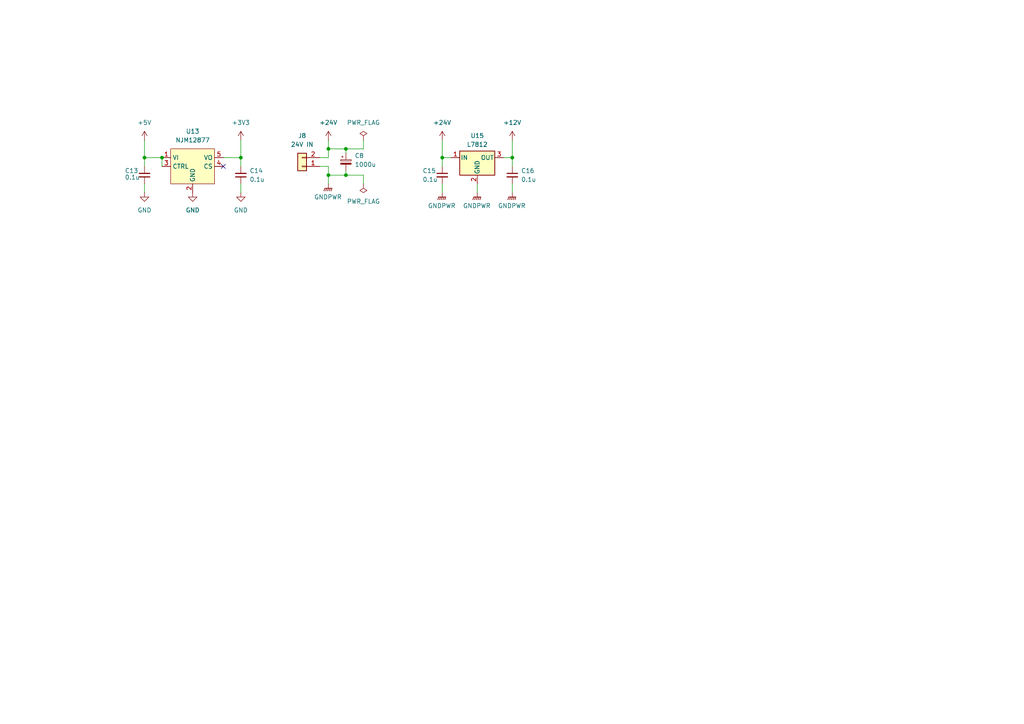
<source format=kicad_sch>
(kicad_sch
	(version 20231120)
	(generator "eeschema")
	(generator_version "8.0")
	(uuid "d467a39c-c9ad-467d-8a45-16a3dfc2aab6")
	(paper "A4")
	(lib_symbols
		(symbol "BLMD:NJM12877"
			(exclude_from_sim no)
			(in_bom yes)
			(on_board yes)
			(property "Reference" "U"
				(at 0 8.89 0)
				(effects
					(font
						(size 1.27 1.27)
					)
				)
			)
			(property "Value" "NJM12877"
				(at 0 6.35 0)
				(effects
					(font
						(size 1.27 1.27)
					)
				)
			)
			(property "Footprint" ""
				(at -6.35 5.08 0)
				(effects
					(font
						(size 1.27 1.27)
					)
					(hide yes)
				)
			)
			(property "Datasheet" "datasheets/NJM12877.pdf"
				(at 11.43 -6.35 0)
				(effects
					(font
						(size 1.27 1.27)
					)
					(hide yes)
				)
			)
			(property "Description" ""
				(at -6.35 5.08 0)
				(effects
					(font
						(size 1.27 1.27)
					)
					(hide yes)
				)
			)
			(symbol "NJM12877_1_1"
				(rectangle
					(start -6.35 5.08)
					(end 6.35 -5.08)
					(stroke
						(width 0)
						(type default)
					)
					(fill
						(type background)
					)
				)
				(pin power_in line
					(at -8.89 2.54 0)
					(length 2.54)
					(name "VI"
						(effects
							(font
								(size 1.27 1.27)
							)
						)
					)
					(number "1"
						(effects
							(font
								(size 1.27 1.27)
							)
						)
					)
				)
				(pin power_in line
					(at 0 -7.62 90)
					(length 2.54)
					(name "GND"
						(effects
							(font
								(size 1.27 1.27)
							)
						)
					)
					(number "2"
						(effects
							(font
								(size 1.27 1.27)
							)
						)
					)
				)
				(pin passive line
					(at -8.89 0 0)
					(length 2.54)
					(name "CTRL"
						(effects
							(font
								(size 1.27 1.27)
							)
						)
					)
					(number "3"
						(effects
							(font
								(size 1.27 1.27)
							)
						)
					)
				)
				(pin passive line
					(at 8.89 0 180)
					(length 2.54)
					(name "CS"
						(effects
							(font
								(size 1.27 1.27)
							)
						)
					)
					(number "4"
						(effects
							(font
								(size 1.27 1.27)
							)
						)
					)
				)
				(pin power_out line
					(at 8.89 2.54 180)
					(length 2.54)
					(name "VO"
						(effects
							(font
								(size 1.27 1.27)
							)
						)
					)
					(number "5"
						(effects
							(font
								(size 1.27 1.27)
							)
						)
					)
				)
			)
		)
		(symbol "Connector_Generic:Conn_01x02"
			(pin_names
				(offset 1.016) hide)
			(exclude_from_sim no)
			(in_bom yes)
			(on_board yes)
			(property "Reference" "J"
				(at 0 2.54 0)
				(effects
					(font
						(size 1.27 1.27)
					)
				)
			)
			(property "Value" "Conn_01x02"
				(at 0 -5.08 0)
				(effects
					(font
						(size 1.27 1.27)
					)
				)
			)
			(property "Footprint" ""
				(at 0 0 0)
				(effects
					(font
						(size 1.27 1.27)
					)
					(hide yes)
				)
			)
			(property "Datasheet" "~"
				(at 0 0 0)
				(effects
					(font
						(size 1.27 1.27)
					)
					(hide yes)
				)
			)
			(property "Description" "Generic connector, single row, 01x02, script generated (kicad-library-utils/schlib/autogen/connector/)"
				(at 0 0 0)
				(effects
					(font
						(size 1.27 1.27)
					)
					(hide yes)
				)
			)
			(property "ki_keywords" "connector"
				(at 0 0 0)
				(effects
					(font
						(size 1.27 1.27)
					)
					(hide yes)
				)
			)
			(property "ki_fp_filters" "Connector*:*_1x??_*"
				(at 0 0 0)
				(effects
					(font
						(size 1.27 1.27)
					)
					(hide yes)
				)
			)
			(symbol "Conn_01x02_1_1"
				(rectangle
					(start -1.27 -2.413)
					(end 0 -2.667)
					(stroke
						(width 0.1524)
						(type default)
					)
					(fill
						(type none)
					)
				)
				(rectangle
					(start -1.27 0.127)
					(end 0 -0.127)
					(stroke
						(width 0.1524)
						(type default)
					)
					(fill
						(type none)
					)
				)
				(rectangle
					(start -1.27 1.27)
					(end 1.27 -3.81)
					(stroke
						(width 0.254)
						(type default)
					)
					(fill
						(type background)
					)
				)
				(pin passive line
					(at -5.08 0 0)
					(length 3.81)
					(name "Pin_1"
						(effects
							(font
								(size 1.27 1.27)
							)
						)
					)
					(number "1"
						(effects
							(font
								(size 1.27 1.27)
							)
						)
					)
				)
				(pin passive line
					(at -5.08 -2.54 0)
					(length 3.81)
					(name "Pin_2"
						(effects
							(font
								(size 1.27 1.27)
							)
						)
					)
					(number "2"
						(effects
							(font
								(size 1.27 1.27)
							)
						)
					)
				)
			)
		)
		(symbol "Device:C_Polarized_Small"
			(pin_numbers hide)
			(pin_names
				(offset 0.254) hide)
			(exclude_from_sim no)
			(in_bom yes)
			(on_board yes)
			(property "Reference" "C"
				(at 0.254 1.778 0)
				(effects
					(font
						(size 1.27 1.27)
					)
					(justify left)
				)
			)
			(property "Value" "C_Polarized_Small"
				(at 0.254 -2.032 0)
				(effects
					(font
						(size 1.27 1.27)
					)
					(justify left)
				)
			)
			(property "Footprint" ""
				(at 0 0 0)
				(effects
					(font
						(size 1.27 1.27)
					)
					(hide yes)
				)
			)
			(property "Datasheet" "~"
				(at 0 0 0)
				(effects
					(font
						(size 1.27 1.27)
					)
					(hide yes)
				)
			)
			(property "Description" "Polarized capacitor, small symbol"
				(at 0 0 0)
				(effects
					(font
						(size 1.27 1.27)
					)
					(hide yes)
				)
			)
			(property "ki_keywords" "cap capacitor"
				(at 0 0 0)
				(effects
					(font
						(size 1.27 1.27)
					)
					(hide yes)
				)
			)
			(property "ki_fp_filters" "CP_*"
				(at 0 0 0)
				(effects
					(font
						(size 1.27 1.27)
					)
					(hide yes)
				)
			)
			(symbol "C_Polarized_Small_0_1"
				(rectangle
					(start -1.524 -0.3048)
					(end 1.524 -0.6858)
					(stroke
						(width 0)
						(type default)
					)
					(fill
						(type outline)
					)
				)
				(rectangle
					(start -1.524 0.6858)
					(end 1.524 0.3048)
					(stroke
						(width 0)
						(type default)
					)
					(fill
						(type none)
					)
				)
				(polyline
					(pts
						(xy -1.27 1.524) (xy -0.762 1.524)
					)
					(stroke
						(width 0)
						(type default)
					)
					(fill
						(type none)
					)
				)
				(polyline
					(pts
						(xy -1.016 1.27) (xy -1.016 1.778)
					)
					(stroke
						(width 0)
						(type default)
					)
					(fill
						(type none)
					)
				)
			)
			(symbol "C_Polarized_Small_1_1"
				(pin passive line
					(at 0 2.54 270)
					(length 1.8542)
					(name "~"
						(effects
							(font
								(size 1.27 1.27)
							)
						)
					)
					(number "1"
						(effects
							(font
								(size 1.27 1.27)
							)
						)
					)
				)
				(pin passive line
					(at 0 -2.54 90)
					(length 1.8542)
					(name "~"
						(effects
							(font
								(size 1.27 1.27)
							)
						)
					)
					(number "2"
						(effects
							(font
								(size 1.27 1.27)
							)
						)
					)
				)
			)
		)
		(symbol "Device:C_Small"
			(pin_numbers hide)
			(pin_names
				(offset 0.254) hide)
			(exclude_from_sim no)
			(in_bom yes)
			(on_board yes)
			(property "Reference" "C"
				(at 0.254 1.778 0)
				(effects
					(font
						(size 1.27 1.27)
					)
					(justify left)
				)
			)
			(property "Value" "C_Small"
				(at 0.254 -2.032 0)
				(effects
					(font
						(size 1.27 1.27)
					)
					(justify left)
				)
			)
			(property "Footprint" ""
				(at 0 0 0)
				(effects
					(font
						(size 1.27 1.27)
					)
					(hide yes)
				)
			)
			(property "Datasheet" "~"
				(at 0 0 0)
				(effects
					(font
						(size 1.27 1.27)
					)
					(hide yes)
				)
			)
			(property "Description" "Unpolarized capacitor, small symbol"
				(at 0 0 0)
				(effects
					(font
						(size 1.27 1.27)
					)
					(hide yes)
				)
			)
			(property "ki_keywords" "capacitor cap"
				(at 0 0 0)
				(effects
					(font
						(size 1.27 1.27)
					)
					(hide yes)
				)
			)
			(property "ki_fp_filters" "C_*"
				(at 0 0 0)
				(effects
					(font
						(size 1.27 1.27)
					)
					(hide yes)
				)
			)
			(symbol "C_Small_0_1"
				(polyline
					(pts
						(xy -1.524 -0.508) (xy 1.524 -0.508)
					)
					(stroke
						(width 0.3302)
						(type default)
					)
					(fill
						(type none)
					)
				)
				(polyline
					(pts
						(xy -1.524 0.508) (xy 1.524 0.508)
					)
					(stroke
						(width 0.3048)
						(type default)
					)
					(fill
						(type none)
					)
				)
			)
			(symbol "C_Small_1_1"
				(pin passive line
					(at 0 2.54 270)
					(length 2.032)
					(name "~"
						(effects
							(font
								(size 1.27 1.27)
							)
						)
					)
					(number "1"
						(effects
							(font
								(size 1.27 1.27)
							)
						)
					)
				)
				(pin passive line
					(at 0 -2.54 90)
					(length 2.032)
					(name "~"
						(effects
							(font
								(size 1.27 1.27)
							)
						)
					)
					(number "2"
						(effects
							(font
								(size 1.27 1.27)
							)
						)
					)
				)
			)
		)
		(symbol "Regulator_Linear:L7812"
			(pin_names
				(offset 0.254)
			)
			(exclude_from_sim no)
			(in_bom yes)
			(on_board yes)
			(property "Reference" "U"
				(at -3.81 3.175 0)
				(effects
					(font
						(size 1.27 1.27)
					)
				)
			)
			(property "Value" "L7812"
				(at 0 3.175 0)
				(effects
					(font
						(size 1.27 1.27)
					)
					(justify left)
				)
			)
			(property "Footprint" ""
				(at 0.635 -3.81 0)
				(effects
					(font
						(size 1.27 1.27)
						(italic yes)
					)
					(justify left)
					(hide yes)
				)
			)
			(property "Datasheet" "http://www.st.com/content/ccc/resource/technical/document/datasheet/41/4f/b3/b0/12/d4/47/88/CD00000444.pdf/files/CD00000444.pdf/jcr:content/translations/en.CD00000444.pdf"
				(at 0 -1.27 0)
				(effects
					(font
						(size 1.27 1.27)
					)
					(hide yes)
				)
			)
			(property "Description" "Positive 1.5A 35V Linear Regulator, Fixed Output 12V, TO-220/TO-263/TO-252"
				(at 0 0 0)
				(effects
					(font
						(size 1.27 1.27)
					)
					(hide yes)
				)
			)
			(property "ki_keywords" "Voltage Regulator 1.5A Positive"
				(at 0 0 0)
				(effects
					(font
						(size 1.27 1.27)
					)
					(hide yes)
				)
			)
			(property "ki_fp_filters" "TO?252* TO?263* TO?220*"
				(at 0 0 0)
				(effects
					(font
						(size 1.27 1.27)
					)
					(hide yes)
				)
			)
			(symbol "L7812_0_1"
				(rectangle
					(start -5.08 1.905)
					(end 5.08 -5.08)
					(stroke
						(width 0.254)
						(type default)
					)
					(fill
						(type background)
					)
				)
			)
			(symbol "L7812_1_1"
				(pin power_in line
					(at -7.62 0 0)
					(length 2.54)
					(name "IN"
						(effects
							(font
								(size 1.27 1.27)
							)
						)
					)
					(number "1"
						(effects
							(font
								(size 1.27 1.27)
							)
						)
					)
				)
				(pin power_in line
					(at 0 -7.62 90)
					(length 2.54)
					(name "GND"
						(effects
							(font
								(size 1.27 1.27)
							)
						)
					)
					(number "2"
						(effects
							(font
								(size 1.27 1.27)
							)
						)
					)
				)
				(pin power_out line
					(at 7.62 0 180)
					(length 2.54)
					(name "OUT"
						(effects
							(font
								(size 1.27 1.27)
							)
						)
					)
					(number "3"
						(effects
							(font
								(size 1.27 1.27)
							)
						)
					)
				)
			)
		)
		(symbol "power:+12V"
			(power)
			(pin_numbers hide)
			(pin_names
				(offset 0) hide)
			(exclude_from_sim no)
			(in_bom yes)
			(on_board yes)
			(property "Reference" "#PWR"
				(at 0 -3.81 0)
				(effects
					(font
						(size 1.27 1.27)
					)
					(hide yes)
				)
			)
			(property "Value" "+12V"
				(at 0 3.556 0)
				(effects
					(font
						(size 1.27 1.27)
					)
				)
			)
			(property "Footprint" ""
				(at 0 0 0)
				(effects
					(font
						(size 1.27 1.27)
					)
					(hide yes)
				)
			)
			(property "Datasheet" ""
				(at 0 0 0)
				(effects
					(font
						(size 1.27 1.27)
					)
					(hide yes)
				)
			)
			(property "Description" "Power symbol creates a global label with name \"+12V\""
				(at 0 0 0)
				(effects
					(font
						(size 1.27 1.27)
					)
					(hide yes)
				)
			)
			(property "ki_keywords" "global power"
				(at 0 0 0)
				(effects
					(font
						(size 1.27 1.27)
					)
					(hide yes)
				)
			)
			(symbol "+12V_0_1"
				(polyline
					(pts
						(xy -0.762 1.27) (xy 0 2.54)
					)
					(stroke
						(width 0)
						(type default)
					)
					(fill
						(type none)
					)
				)
				(polyline
					(pts
						(xy 0 0) (xy 0 2.54)
					)
					(stroke
						(width 0)
						(type default)
					)
					(fill
						(type none)
					)
				)
				(polyline
					(pts
						(xy 0 2.54) (xy 0.762 1.27)
					)
					(stroke
						(width 0)
						(type default)
					)
					(fill
						(type none)
					)
				)
			)
			(symbol "+12V_1_1"
				(pin power_in line
					(at 0 0 90)
					(length 0)
					(name "~"
						(effects
							(font
								(size 1.27 1.27)
							)
						)
					)
					(number "1"
						(effects
							(font
								(size 1.27 1.27)
							)
						)
					)
				)
			)
		)
		(symbol "power:+24V"
			(power)
			(pin_numbers hide)
			(pin_names
				(offset 0) hide)
			(exclude_from_sim no)
			(in_bom yes)
			(on_board yes)
			(property "Reference" "#PWR"
				(at 0 -3.81 0)
				(effects
					(font
						(size 1.27 1.27)
					)
					(hide yes)
				)
			)
			(property "Value" "+24V"
				(at 0 3.556 0)
				(effects
					(font
						(size 1.27 1.27)
					)
				)
			)
			(property "Footprint" ""
				(at 0 0 0)
				(effects
					(font
						(size 1.27 1.27)
					)
					(hide yes)
				)
			)
			(property "Datasheet" ""
				(at 0 0 0)
				(effects
					(font
						(size 1.27 1.27)
					)
					(hide yes)
				)
			)
			(property "Description" "Power symbol creates a global label with name \"+24V\""
				(at 0 0 0)
				(effects
					(font
						(size 1.27 1.27)
					)
					(hide yes)
				)
			)
			(property "ki_keywords" "global power"
				(at 0 0 0)
				(effects
					(font
						(size 1.27 1.27)
					)
					(hide yes)
				)
			)
			(symbol "+24V_0_1"
				(polyline
					(pts
						(xy -0.762 1.27) (xy 0 2.54)
					)
					(stroke
						(width 0)
						(type default)
					)
					(fill
						(type none)
					)
				)
				(polyline
					(pts
						(xy 0 0) (xy 0 2.54)
					)
					(stroke
						(width 0)
						(type default)
					)
					(fill
						(type none)
					)
				)
				(polyline
					(pts
						(xy 0 2.54) (xy 0.762 1.27)
					)
					(stroke
						(width 0)
						(type default)
					)
					(fill
						(type none)
					)
				)
			)
			(symbol "+24V_1_1"
				(pin power_in line
					(at 0 0 90)
					(length 0)
					(name "~"
						(effects
							(font
								(size 1.27 1.27)
							)
						)
					)
					(number "1"
						(effects
							(font
								(size 1.27 1.27)
							)
						)
					)
				)
			)
		)
		(symbol "power:+3V3"
			(power)
			(pin_numbers hide)
			(pin_names
				(offset 0) hide)
			(exclude_from_sim no)
			(in_bom yes)
			(on_board yes)
			(property "Reference" "#PWR"
				(at 0 -3.81 0)
				(effects
					(font
						(size 1.27 1.27)
					)
					(hide yes)
				)
			)
			(property "Value" "+3V3"
				(at 0 3.556 0)
				(effects
					(font
						(size 1.27 1.27)
					)
				)
			)
			(property "Footprint" ""
				(at 0 0 0)
				(effects
					(font
						(size 1.27 1.27)
					)
					(hide yes)
				)
			)
			(property "Datasheet" ""
				(at 0 0 0)
				(effects
					(font
						(size 1.27 1.27)
					)
					(hide yes)
				)
			)
			(property "Description" "Power symbol creates a global label with name \"+3V3\""
				(at 0 0 0)
				(effects
					(font
						(size 1.27 1.27)
					)
					(hide yes)
				)
			)
			(property "ki_keywords" "global power"
				(at 0 0 0)
				(effects
					(font
						(size 1.27 1.27)
					)
					(hide yes)
				)
			)
			(symbol "+3V3_0_1"
				(polyline
					(pts
						(xy -0.762 1.27) (xy 0 2.54)
					)
					(stroke
						(width 0)
						(type default)
					)
					(fill
						(type none)
					)
				)
				(polyline
					(pts
						(xy 0 0) (xy 0 2.54)
					)
					(stroke
						(width 0)
						(type default)
					)
					(fill
						(type none)
					)
				)
				(polyline
					(pts
						(xy 0 2.54) (xy 0.762 1.27)
					)
					(stroke
						(width 0)
						(type default)
					)
					(fill
						(type none)
					)
				)
			)
			(symbol "+3V3_1_1"
				(pin power_in line
					(at 0 0 90)
					(length 0)
					(name "~"
						(effects
							(font
								(size 1.27 1.27)
							)
						)
					)
					(number "1"
						(effects
							(font
								(size 1.27 1.27)
							)
						)
					)
				)
			)
		)
		(symbol "power:+5V"
			(power)
			(pin_numbers hide)
			(pin_names
				(offset 0) hide)
			(exclude_from_sim no)
			(in_bom yes)
			(on_board yes)
			(property "Reference" "#PWR"
				(at 0 -3.81 0)
				(effects
					(font
						(size 1.27 1.27)
					)
					(hide yes)
				)
			)
			(property "Value" "+5V"
				(at 0 3.556 0)
				(effects
					(font
						(size 1.27 1.27)
					)
				)
			)
			(property "Footprint" ""
				(at 0 0 0)
				(effects
					(font
						(size 1.27 1.27)
					)
					(hide yes)
				)
			)
			(property "Datasheet" ""
				(at 0 0 0)
				(effects
					(font
						(size 1.27 1.27)
					)
					(hide yes)
				)
			)
			(property "Description" "Power symbol creates a global label with name \"+5V\""
				(at 0 0 0)
				(effects
					(font
						(size 1.27 1.27)
					)
					(hide yes)
				)
			)
			(property "ki_keywords" "global power"
				(at 0 0 0)
				(effects
					(font
						(size 1.27 1.27)
					)
					(hide yes)
				)
			)
			(symbol "+5V_0_1"
				(polyline
					(pts
						(xy -0.762 1.27) (xy 0 2.54)
					)
					(stroke
						(width 0)
						(type default)
					)
					(fill
						(type none)
					)
				)
				(polyline
					(pts
						(xy 0 0) (xy 0 2.54)
					)
					(stroke
						(width 0)
						(type default)
					)
					(fill
						(type none)
					)
				)
				(polyline
					(pts
						(xy 0 2.54) (xy 0.762 1.27)
					)
					(stroke
						(width 0)
						(type default)
					)
					(fill
						(type none)
					)
				)
			)
			(symbol "+5V_1_1"
				(pin power_in line
					(at 0 0 90)
					(length 0)
					(name "~"
						(effects
							(font
								(size 1.27 1.27)
							)
						)
					)
					(number "1"
						(effects
							(font
								(size 1.27 1.27)
							)
						)
					)
				)
			)
		)
		(symbol "power:GND"
			(power)
			(pin_numbers hide)
			(pin_names
				(offset 0) hide)
			(exclude_from_sim no)
			(in_bom yes)
			(on_board yes)
			(property "Reference" "#PWR"
				(at 0 -6.35 0)
				(effects
					(font
						(size 1.27 1.27)
					)
					(hide yes)
				)
			)
			(property "Value" "GND"
				(at 0 -3.81 0)
				(effects
					(font
						(size 1.27 1.27)
					)
				)
			)
			(property "Footprint" ""
				(at 0 0 0)
				(effects
					(font
						(size 1.27 1.27)
					)
					(hide yes)
				)
			)
			(property "Datasheet" ""
				(at 0 0 0)
				(effects
					(font
						(size 1.27 1.27)
					)
					(hide yes)
				)
			)
			(property "Description" "Power symbol creates a global label with name \"GND\" , ground"
				(at 0 0 0)
				(effects
					(font
						(size 1.27 1.27)
					)
					(hide yes)
				)
			)
			(property "ki_keywords" "global power"
				(at 0 0 0)
				(effects
					(font
						(size 1.27 1.27)
					)
					(hide yes)
				)
			)
			(symbol "GND_0_1"
				(polyline
					(pts
						(xy 0 0) (xy 0 -1.27) (xy 1.27 -1.27) (xy 0 -2.54) (xy -1.27 -1.27) (xy 0 -1.27)
					)
					(stroke
						(width 0)
						(type default)
					)
					(fill
						(type none)
					)
				)
			)
			(symbol "GND_1_1"
				(pin power_in line
					(at 0 0 270)
					(length 0)
					(name "~"
						(effects
							(font
								(size 1.27 1.27)
							)
						)
					)
					(number "1"
						(effects
							(font
								(size 1.27 1.27)
							)
						)
					)
				)
			)
		)
		(symbol "power:GNDPWR"
			(power)
			(pin_numbers hide)
			(pin_names
				(offset 0) hide)
			(exclude_from_sim no)
			(in_bom yes)
			(on_board yes)
			(property "Reference" "#PWR"
				(at 0 -5.08 0)
				(effects
					(font
						(size 1.27 1.27)
					)
					(hide yes)
				)
			)
			(property "Value" "GNDPWR"
				(at 0 -3.302 0)
				(effects
					(font
						(size 1.27 1.27)
					)
				)
			)
			(property "Footprint" ""
				(at 0 -1.27 0)
				(effects
					(font
						(size 1.27 1.27)
					)
					(hide yes)
				)
			)
			(property "Datasheet" ""
				(at 0 -1.27 0)
				(effects
					(font
						(size 1.27 1.27)
					)
					(hide yes)
				)
			)
			(property "Description" "Power symbol creates a global label with name \"GNDPWR\" , global ground"
				(at 0 0 0)
				(effects
					(font
						(size 1.27 1.27)
					)
					(hide yes)
				)
			)
			(property "ki_keywords" "global ground"
				(at 0 0 0)
				(effects
					(font
						(size 1.27 1.27)
					)
					(hide yes)
				)
			)
			(symbol "GNDPWR_0_1"
				(polyline
					(pts
						(xy 0 -1.27) (xy 0 0)
					)
					(stroke
						(width 0)
						(type default)
					)
					(fill
						(type none)
					)
				)
				(polyline
					(pts
						(xy -1.016 -1.27) (xy -1.27 -2.032) (xy -1.27 -2.032)
					)
					(stroke
						(width 0.2032)
						(type default)
					)
					(fill
						(type none)
					)
				)
				(polyline
					(pts
						(xy -0.508 -1.27) (xy -0.762 -2.032) (xy -0.762 -2.032)
					)
					(stroke
						(width 0.2032)
						(type default)
					)
					(fill
						(type none)
					)
				)
				(polyline
					(pts
						(xy 0 -1.27) (xy -0.254 -2.032) (xy -0.254 -2.032)
					)
					(stroke
						(width 0.2032)
						(type default)
					)
					(fill
						(type none)
					)
				)
				(polyline
					(pts
						(xy 0.508 -1.27) (xy 0.254 -2.032) (xy 0.254 -2.032)
					)
					(stroke
						(width 0.2032)
						(type default)
					)
					(fill
						(type none)
					)
				)
				(polyline
					(pts
						(xy 1.016 -1.27) (xy -1.016 -1.27) (xy -1.016 -1.27)
					)
					(stroke
						(width 0.2032)
						(type default)
					)
					(fill
						(type none)
					)
				)
				(polyline
					(pts
						(xy 1.016 -1.27) (xy 0.762 -2.032) (xy 0.762 -2.032) (xy 0.762 -2.032)
					)
					(stroke
						(width 0.2032)
						(type default)
					)
					(fill
						(type none)
					)
				)
			)
			(symbol "GNDPWR_1_1"
				(pin power_in line
					(at 0 0 270)
					(length 0)
					(name "~"
						(effects
							(font
								(size 1.27 1.27)
							)
						)
					)
					(number "1"
						(effects
							(font
								(size 1.27 1.27)
							)
						)
					)
				)
			)
		)
		(symbol "power:PWR_FLAG"
			(power)
			(pin_numbers hide)
			(pin_names
				(offset 0) hide)
			(exclude_from_sim no)
			(in_bom yes)
			(on_board yes)
			(property "Reference" "#FLG"
				(at 0 1.905 0)
				(effects
					(font
						(size 1.27 1.27)
					)
					(hide yes)
				)
			)
			(property "Value" "PWR_FLAG"
				(at 0 3.81 0)
				(effects
					(font
						(size 1.27 1.27)
					)
				)
			)
			(property "Footprint" ""
				(at 0 0 0)
				(effects
					(font
						(size 1.27 1.27)
					)
					(hide yes)
				)
			)
			(property "Datasheet" "~"
				(at 0 0 0)
				(effects
					(font
						(size 1.27 1.27)
					)
					(hide yes)
				)
			)
			(property "Description" "Special symbol for telling ERC where power comes from"
				(at 0 0 0)
				(effects
					(font
						(size 1.27 1.27)
					)
					(hide yes)
				)
			)
			(property "ki_keywords" "flag power"
				(at 0 0 0)
				(effects
					(font
						(size 1.27 1.27)
					)
					(hide yes)
				)
			)
			(symbol "PWR_FLAG_0_0"
				(pin power_out line
					(at 0 0 90)
					(length 0)
					(name "~"
						(effects
							(font
								(size 1.27 1.27)
							)
						)
					)
					(number "1"
						(effects
							(font
								(size 1.27 1.27)
							)
						)
					)
				)
			)
			(symbol "PWR_FLAG_0_1"
				(polyline
					(pts
						(xy 0 0) (xy 0 1.27) (xy -1.016 1.905) (xy 0 2.54) (xy 1.016 1.905) (xy 0 1.27)
					)
					(stroke
						(width 0)
						(type default)
					)
					(fill
						(type none)
					)
				)
			)
		)
	)
	(junction
		(at 128.27 45.72)
		(diameter 0)
		(color 0 0 0 0)
		(uuid "003ca739-2e02-4869-bb2b-ac8e35617b00")
	)
	(junction
		(at 41.91 45.72)
		(diameter 0)
		(color 0 0 0 0)
		(uuid "015326d2-3136-4234-a663-ad02cbde3bcd")
	)
	(junction
		(at 100.33 43.18)
		(diameter 0)
		(color 0 0 0 0)
		(uuid "0e540b3b-6f4f-4960-8a7e-6e4cad7c76ff")
	)
	(junction
		(at 95.25 50.8)
		(diameter 0)
		(color 0 0 0 0)
		(uuid "0f03b143-ce88-4b53-9bc1-155515d64f01")
	)
	(junction
		(at 148.59 45.72)
		(diameter 0)
		(color 0 0 0 0)
		(uuid "1567453d-c810-4ae5-a1b7-7771d0f39bc0")
	)
	(junction
		(at 69.85 45.72)
		(diameter 0)
		(color 0 0 0 0)
		(uuid "1997866b-fe17-4cbf-a204-7dc7028bf63b")
	)
	(junction
		(at 95.25 43.18)
		(diameter 0)
		(color 0 0 0 0)
		(uuid "23d39b26-6d1a-4e82-a2f1-bb3751c10aad")
	)
	(junction
		(at 100.33 50.8)
		(diameter 0)
		(color 0 0 0 0)
		(uuid "365d595d-f673-4d64-a31c-0469036dab27")
	)
	(junction
		(at 46.99 45.72)
		(diameter 0)
		(color 0 0 0 0)
		(uuid "e4bc3720-a914-42c0-94a0-7e142d13f898")
	)
	(no_connect
		(at 64.77 48.26)
		(uuid "65436c21-154c-42a5-9154-4cba39b041ca")
	)
	(wire
		(pts
			(xy 95.25 50.8) (xy 95.25 53.34)
		)
		(stroke
			(width 0)
			(type default)
		)
		(uuid "0035dd75-5460-4897-9b0b-a67d157e0cce")
	)
	(wire
		(pts
			(xy 69.85 53.34) (xy 69.85 55.88)
		)
		(stroke
			(width 0)
			(type default)
		)
		(uuid "020dd097-31d1-49fc-8804-59e3da64bf02")
	)
	(wire
		(pts
			(xy 92.71 48.26) (xy 95.25 48.26)
		)
		(stroke
			(width 0)
			(type default)
		)
		(uuid "0972e365-aeb1-439d-92c4-edc95030e781")
	)
	(wire
		(pts
			(xy 69.85 40.64) (xy 69.85 45.72)
		)
		(stroke
			(width 0)
			(type default)
		)
		(uuid "09ed5e27-8b95-4a3f-826d-9d39a4f4261f")
	)
	(wire
		(pts
			(xy 128.27 53.34) (xy 128.27 55.88)
		)
		(stroke
			(width 0)
			(type default)
		)
		(uuid "0dda0e1f-4598-4dff-b8f6-56aef5b72f45")
	)
	(wire
		(pts
			(xy 146.05 45.72) (xy 148.59 45.72)
		)
		(stroke
			(width 0)
			(type default)
		)
		(uuid "0fc6b497-9cac-4859-97b3-35a82965509c")
	)
	(wire
		(pts
			(xy 148.59 40.64) (xy 148.59 45.72)
		)
		(stroke
			(width 0)
			(type default)
		)
		(uuid "20383af3-2a5e-42fa-a0de-8964c0778473")
	)
	(wire
		(pts
			(xy 148.59 53.34) (xy 148.59 55.88)
		)
		(stroke
			(width 0)
			(type default)
		)
		(uuid "222158ba-aa84-4def-8f36-9120be659c08")
	)
	(wire
		(pts
			(xy 128.27 40.64) (xy 128.27 45.72)
		)
		(stroke
			(width 0)
			(type default)
		)
		(uuid "2e3e6f56-e1a4-40c0-bf95-d80867cf3fe1")
	)
	(wire
		(pts
			(xy 41.91 40.64) (xy 41.91 45.72)
		)
		(stroke
			(width 0)
			(type default)
		)
		(uuid "3b91e4d6-118a-4d58-a407-a95cb6cc60f0")
	)
	(wire
		(pts
			(xy 100.33 43.18) (xy 95.25 43.18)
		)
		(stroke
			(width 0)
			(type default)
		)
		(uuid "4bff0682-8b5b-40e0-b5f0-9d17ba3450c1")
	)
	(wire
		(pts
			(xy 95.25 45.72) (xy 95.25 43.18)
		)
		(stroke
			(width 0)
			(type default)
		)
		(uuid "503b86be-b497-4598-a3bd-fe98b11922b9")
	)
	(wire
		(pts
			(xy 95.25 48.26) (xy 95.25 50.8)
		)
		(stroke
			(width 0)
			(type default)
		)
		(uuid "53102d57-520b-419d-a81d-4d7901553dea")
	)
	(wire
		(pts
			(xy 128.27 48.26) (xy 128.27 45.72)
		)
		(stroke
			(width 0)
			(type default)
		)
		(uuid "5359803e-b2f6-49c5-9b08-5953cc036bbf")
	)
	(wire
		(pts
			(xy 138.43 53.34) (xy 138.43 55.88)
		)
		(stroke
			(width 0)
			(type default)
		)
		(uuid "5666d1aa-ca93-4b6e-9960-032867b35e3a")
	)
	(wire
		(pts
			(xy 105.41 43.18) (xy 100.33 43.18)
		)
		(stroke
			(width 0)
			(type default)
		)
		(uuid "60cdebda-e35e-4809-9bd1-0d46fd3c522c")
	)
	(wire
		(pts
			(xy 95.25 43.18) (xy 95.25 40.64)
		)
		(stroke
			(width 0)
			(type default)
		)
		(uuid "648790b7-b341-4da6-808e-b811b32216f0")
	)
	(wire
		(pts
			(xy 69.85 48.26) (xy 69.85 45.72)
		)
		(stroke
			(width 0)
			(type default)
		)
		(uuid "72dfcbf4-40c9-499c-9207-67254d187a34")
	)
	(wire
		(pts
			(xy 100.33 43.18) (xy 100.33 44.45)
		)
		(stroke
			(width 0)
			(type default)
		)
		(uuid "734dde15-673e-474f-893e-ee7b684b3f1b")
	)
	(wire
		(pts
			(xy 92.71 45.72) (xy 95.25 45.72)
		)
		(stroke
			(width 0)
			(type default)
		)
		(uuid "7b96e64e-00ba-4915-a004-80ee5ad52888")
	)
	(wire
		(pts
			(xy 41.91 45.72) (xy 46.99 45.72)
		)
		(stroke
			(width 0)
			(type default)
		)
		(uuid "82a98a3a-7143-4161-8c20-bb7861f3a7c3")
	)
	(wire
		(pts
			(xy 41.91 45.72) (xy 41.91 48.26)
		)
		(stroke
			(width 0)
			(type default)
		)
		(uuid "82dd7abc-712d-4b06-9055-262262d689ad")
	)
	(wire
		(pts
			(xy 100.33 49.53) (xy 100.33 50.8)
		)
		(stroke
			(width 0)
			(type default)
		)
		(uuid "8afa6ec3-f527-4b67-b0dd-13101173f826")
	)
	(wire
		(pts
			(xy 128.27 45.72) (xy 130.81 45.72)
		)
		(stroke
			(width 0)
			(type default)
		)
		(uuid "8c0a485b-dd3f-4822-8e41-e3c38f63e5c8")
	)
	(wire
		(pts
			(xy 69.85 45.72) (xy 64.77 45.72)
		)
		(stroke
			(width 0)
			(type default)
		)
		(uuid "a72f3ca4-016d-4161-95ce-ca4e5b5dd4f0")
	)
	(wire
		(pts
			(xy 46.99 45.72) (xy 46.99 48.26)
		)
		(stroke
			(width 0)
			(type default)
		)
		(uuid "ad744f99-e268-42af-b70f-87f5c00fbd7a")
	)
	(wire
		(pts
			(xy 95.25 50.8) (xy 100.33 50.8)
		)
		(stroke
			(width 0)
			(type default)
		)
		(uuid "b2ebfc46-106e-4673-8840-dcebabd9404d")
	)
	(wire
		(pts
			(xy 41.91 53.34) (xy 41.91 55.88)
		)
		(stroke
			(width 0)
			(type default)
		)
		(uuid "db66517b-d974-4df3-91a0-9fc82becf8b0")
	)
	(wire
		(pts
			(xy 100.33 50.8) (xy 105.41 50.8)
		)
		(stroke
			(width 0)
			(type default)
		)
		(uuid "dbf47fcb-2bab-4f44-8547-89b006eef4cc")
	)
	(wire
		(pts
			(xy 148.59 48.26) (xy 148.59 45.72)
		)
		(stroke
			(width 0)
			(type default)
		)
		(uuid "e595cf03-160b-4e6c-b8af-e5fd81833fc1")
	)
	(wire
		(pts
			(xy 105.41 53.34) (xy 105.41 50.8)
		)
		(stroke
			(width 0)
			(type default)
		)
		(uuid "f3a826bd-3f3e-4b76-96d9-34ca3e81c77f")
	)
	(wire
		(pts
			(xy 105.41 40.64) (xy 105.41 43.18)
		)
		(stroke
			(width 0)
			(type default)
		)
		(uuid "f642683b-946d-4992-95b2-525762ca71b1")
	)
	(symbol
		(lib_id "power:+5V")
		(at 41.91 40.64 0)
		(unit 1)
		(exclude_from_sim no)
		(in_bom yes)
		(on_board yes)
		(dnp no)
		(fields_autoplaced yes)
		(uuid "2d6d5a1c-6343-4461-8696-e2b61ae32e0a")
		(property "Reference" "#PWR031"
			(at 41.91 44.45 0)
			(effects
				(font
					(size 1.27 1.27)
				)
				(hide yes)
			)
		)
		(property "Value" "+5V"
			(at 41.91 35.56 0)
			(effects
				(font
					(size 1.27 1.27)
				)
			)
		)
		(property "Footprint" ""
			(at 41.91 40.64 0)
			(effects
				(font
					(size 1.27 1.27)
				)
				(hide yes)
			)
		)
		(property "Datasheet" ""
			(at 41.91 40.64 0)
			(effects
				(font
					(size 1.27 1.27)
				)
				(hide yes)
			)
		)
		(property "Description" "Power symbol creates a global label with name \"+5V\""
			(at 41.91 40.64 0)
			(effects
				(font
					(size 1.27 1.27)
				)
				(hide yes)
			)
		)
		(pin "1"
			(uuid "0e86ed95-e127-4ab2-be7b-d1561e69c57c")
		)
		(instances
			(project "BLMD"
				(path "/4984c374-8a58-41a9-9864-8bba8d86a0b9/d204d5e5-d2b3-4048-82c8-38fa3bac6239"
					(reference "#PWR031")
					(unit 1)
				)
			)
		)
	)
	(symbol
		(lib_id "power:+3V3")
		(at 69.85 40.64 0)
		(unit 1)
		(exclude_from_sim no)
		(in_bom yes)
		(on_board yes)
		(dnp no)
		(fields_autoplaced yes)
		(uuid "30f9e842-7385-4f49-88ef-56d1d47f0291")
		(property "Reference" "#PWR036"
			(at 69.85 44.45 0)
			(effects
				(font
					(size 1.27 1.27)
				)
				(hide yes)
			)
		)
		(property "Value" "+3V3"
			(at 69.85 35.56 0)
			(effects
				(font
					(size 1.27 1.27)
				)
			)
		)
		(property "Footprint" ""
			(at 69.85 40.64 0)
			(effects
				(font
					(size 1.27 1.27)
				)
				(hide yes)
			)
		)
		(property "Datasheet" ""
			(at 69.85 40.64 0)
			(effects
				(font
					(size 1.27 1.27)
				)
				(hide yes)
			)
		)
		(property "Description" "Power symbol creates a global label with name \"+3V3\""
			(at 69.85 40.64 0)
			(effects
				(font
					(size 1.27 1.27)
				)
				(hide yes)
			)
		)
		(pin "1"
			(uuid "a69fe1e5-1cb0-41a4-8c51-cd53b608cc73")
		)
		(instances
			(project "BLMD"
				(path "/4984c374-8a58-41a9-9864-8bba8d86a0b9/d204d5e5-d2b3-4048-82c8-38fa3bac6239"
					(reference "#PWR036")
					(unit 1)
				)
			)
		)
	)
	(symbol
		(lib_id "Device:C_Small")
		(at 69.85 50.8 180)
		(unit 1)
		(exclude_from_sim no)
		(in_bom yes)
		(on_board yes)
		(dnp no)
		(fields_autoplaced yes)
		(uuid "48548933-be50-45b5-bc61-8c65c7388e7d")
		(property "Reference" "C14"
			(at 72.39 49.5236 0)
			(effects
				(font
					(size 1.27 1.27)
				)
				(justify right)
			)
		)
		(property "Value" "0.1u"
			(at 72.39 52.0636 0)
			(effects
				(font
					(size 1.27 1.27)
				)
				(justify right)
			)
		)
		(property "Footprint" "Capacitor_SMD:C_0603_1608Metric_Pad1.08x0.95mm_HandSolder"
			(at 69.85 50.8 0)
			(effects
				(font
					(size 1.27 1.27)
				)
				(hide yes)
			)
		)
		(property "Datasheet" "~"
			(at 69.85 50.8 0)
			(effects
				(font
					(size 1.27 1.27)
				)
				(hide yes)
			)
		)
		(property "Description" "Unpolarized capacitor, small symbol"
			(at 69.85 50.8 0)
			(effects
				(font
					(size 1.27 1.27)
				)
				(hide yes)
			)
		)
		(pin "2"
			(uuid "bce848e5-09c9-4531-a5ad-725888183d05")
		)
		(pin "1"
			(uuid "4b34fa24-2098-43a1-8238-b8fe3df700b7")
		)
		(instances
			(project "BLMD"
				(path "/4984c374-8a58-41a9-9864-8bba8d86a0b9/d204d5e5-d2b3-4048-82c8-38fa3bac6239"
					(reference "C14")
					(unit 1)
				)
			)
		)
	)
	(symbol
		(lib_id "Device:C_Small")
		(at 148.59 50.8 0)
		(unit 1)
		(exclude_from_sim no)
		(in_bom yes)
		(on_board yes)
		(dnp no)
		(fields_autoplaced yes)
		(uuid "52ba2398-3c23-4a2f-897d-c1389f50ee69")
		(property "Reference" "C16"
			(at 151.13 49.5363 0)
			(effects
				(font
					(size 1.27 1.27)
				)
				(justify left)
			)
		)
		(property "Value" "0.1u"
			(at 151.13 52.0763 0)
			(effects
				(font
					(size 1.27 1.27)
				)
				(justify left)
			)
		)
		(property "Footprint" "Capacitor_SMD:C_0603_1608Metric_Pad1.08x0.95mm_HandSolder"
			(at 148.59 50.8 0)
			(effects
				(font
					(size 1.27 1.27)
				)
				(hide yes)
			)
		)
		(property "Datasheet" "~"
			(at 148.59 50.8 0)
			(effects
				(font
					(size 1.27 1.27)
				)
				(hide yes)
			)
		)
		(property "Description" "Unpolarized capacitor, small symbol"
			(at 148.59 50.8 0)
			(effects
				(font
					(size 1.27 1.27)
				)
				(hide yes)
			)
		)
		(pin "1"
			(uuid "aed3ed71-5a40-4c71-b87a-4ea2810dab55")
		)
		(pin "2"
			(uuid "23d86c9b-c58d-4fbb-bb9b-169ead671ce8")
		)
		(instances
			(project "BLMD"
				(path "/4984c374-8a58-41a9-9864-8bba8d86a0b9/d204d5e5-d2b3-4048-82c8-38fa3bac6239"
					(reference "C16")
					(unit 1)
				)
			)
		)
	)
	(symbol
		(lib_id "Device:C_Small")
		(at 41.91 50.8 180)
		(unit 1)
		(exclude_from_sim no)
		(in_bom yes)
		(on_board yes)
		(dnp no)
		(uuid "54d353d6-43b4-4dfa-8d32-a33fb45dfb16")
		(property "Reference" "C13"
			(at 36.195 49.53 0)
			(effects
				(font
					(size 1.27 1.27)
				)
				(justify right)
			)
		)
		(property "Value" "0.1u"
			(at 36.195 51.435 0)
			(effects
				(font
					(size 1.27 1.27)
				)
				(justify right)
			)
		)
		(property "Footprint" "Capacitor_SMD:C_0603_1608Metric_Pad1.08x0.95mm_HandSolder"
			(at 41.91 50.8 0)
			(effects
				(font
					(size 1.27 1.27)
				)
				(hide yes)
			)
		)
		(property "Datasheet" "~"
			(at 41.91 50.8 0)
			(effects
				(font
					(size 1.27 1.27)
				)
				(hide yes)
			)
		)
		(property "Description" "Unpolarized capacitor, small symbol"
			(at 41.91 50.8 0)
			(effects
				(font
					(size 1.27 1.27)
				)
				(hide yes)
			)
		)
		(pin "2"
			(uuid "b5184640-d3d7-468f-8bf5-89e04dd81576")
		)
		(pin "1"
			(uuid "d6850e09-f075-4a75-9eb5-1e9b7e345390")
		)
		(instances
			(project "BLMD"
				(path "/4984c374-8a58-41a9-9864-8bba8d86a0b9/d204d5e5-d2b3-4048-82c8-38fa3bac6239"
					(reference "C13")
					(unit 1)
				)
			)
		)
	)
	(symbol
		(lib_id "power:GNDPWR")
		(at 148.59 55.88 0)
		(unit 1)
		(exclude_from_sim no)
		(in_bom yes)
		(on_board yes)
		(dnp no)
		(fields_autoplaced yes)
		(uuid "5cde33cd-3a43-4ee6-a7cb-b870f182adfe")
		(property "Reference" "#PWR060"
			(at 148.59 60.96 0)
			(effects
				(font
					(size 1.27 1.27)
				)
				(hide yes)
			)
		)
		(property "Value" "GNDPWR"
			(at 148.463 59.69 0)
			(effects
				(font
					(size 1.27 1.27)
				)
			)
		)
		(property "Footprint" ""
			(at 148.59 57.15 0)
			(effects
				(font
					(size 1.27 1.27)
				)
				(hide yes)
			)
		)
		(property "Datasheet" ""
			(at 148.59 57.15 0)
			(effects
				(font
					(size 1.27 1.27)
				)
				(hide yes)
			)
		)
		(property "Description" "Power symbol creates a global label with name \"GNDPWR\" , global ground"
			(at 148.59 55.88 0)
			(effects
				(font
					(size 1.27 1.27)
				)
				(hide yes)
			)
		)
		(pin "1"
			(uuid "3cd7d53f-30a8-48bd-a359-73af29259593")
		)
		(instances
			(project "BLMD"
				(path "/4984c374-8a58-41a9-9864-8bba8d86a0b9/d204d5e5-d2b3-4048-82c8-38fa3bac6239"
					(reference "#PWR060")
					(unit 1)
				)
			)
		)
	)
	(symbol
		(lib_id "power:+24V")
		(at 95.25 40.64 0)
		(unit 1)
		(exclude_from_sim no)
		(in_bom yes)
		(on_board yes)
		(dnp no)
		(fields_autoplaced yes)
		(uuid "5d02efcf-a83d-440f-98e3-eb23643a3408")
		(property "Reference" "#PWR038"
			(at 95.25 44.45 0)
			(effects
				(font
					(size 1.27 1.27)
				)
				(hide yes)
			)
		)
		(property "Value" "+24V"
			(at 95.25 35.56 0)
			(effects
				(font
					(size 1.27 1.27)
				)
			)
		)
		(property "Footprint" ""
			(at 95.25 40.64 0)
			(effects
				(font
					(size 1.27 1.27)
				)
				(hide yes)
			)
		)
		(property "Datasheet" ""
			(at 95.25 40.64 0)
			(effects
				(font
					(size 1.27 1.27)
				)
				(hide yes)
			)
		)
		(property "Description" "Power symbol creates a global label with name \"+24V\""
			(at 95.25 40.64 0)
			(effects
				(font
					(size 1.27 1.27)
				)
				(hide yes)
			)
		)
		(pin "1"
			(uuid "d91c820f-1e17-40e6-a7a5-557fea1084ed")
		)
		(instances
			(project "BLMD"
				(path "/4984c374-8a58-41a9-9864-8bba8d86a0b9/d204d5e5-d2b3-4048-82c8-38fa3bac6239"
					(reference "#PWR038")
					(unit 1)
				)
			)
		)
	)
	(symbol
		(lib_id "Connector_Generic:Conn_01x02")
		(at 87.63 48.26 180)
		(unit 1)
		(exclude_from_sim no)
		(in_bom yes)
		(on_board yes)
		(dnp no)
		(fields_autoplaced yes)
		(uuid "74cfe545-0466-4ef7-926d-3bfbf2225c52")
		(property "Reference" "J8"
			(at 87.63 39.37 0)
			(effects
				(font
					(size 1.27 1.27)
				)
			)
		)
		(property "Value" "24V IN"
			(at 87.63 41.91 0)
			(effects
				(font
					(size 1.27 1.27)
				)
			)
		)
		(property "Footprint" "Connector_AMASS:AMASS_XT60PW-M_1x02_P7.20mm_Horizontal"
			(at 87.63 48.26 0)
			(effects
				(font
					(size 1.27 1.27)
				)
				(hide yes)
			)
		)
		(property "Datasheet" "~"
			(at 87.63 48.26 0)
			(effects
				(font
					(size 1.27 1.27)
				)
				(hide yes)
			)
		)
		(property "Description" "Generic connector, single row, 01x02, script generated (kicad-library-utils/schlib/autogen/connector/)"
			(at 87.63 48.26 0)
			(effects
				(font
					(size 1.27 1.27)
				)
				(hide yes)
			)
		)
		(pin "1"
			(uuid "ef9b8439-c87a-4ef9-baef-ecf37dd21392")
		)
		(pin "2"
			(uuid "026ea7a3-e0ed-4ae6-91a9-c30d80f7a299")
		)
		(instances
			(project "BLMD"
				(path "/4984c374-8a58-41a9-9864-8bba8d86a0b9/d204d5e5-d2b3-4048-82c8-38fa3bac6239"
					(reference "J8")
					(unit 1)
				)
			)
		)
	)
	(symbol
		(lib_id "power:GND")
		(at 55.88 55.88 0)
		(unit 1)
		(exclude_from_sim no)
		(in_bom yes)
		(on_board yes)
		(dnp no)
		(fields_autoplaced yes)
		(uuid "794358e2-a0d7-4a8d-9f42-34ba629e260b")
		(property "Reference" "#PWR035"
			(at 55.88 62.23 0)
			(effects
				(font
					(size 1.27 1.27)
				)
				(hide yes)
			)
		)
		(property "Value" "GND"
			(at 55.88 60.96 0)
			(effects
				(font
					(size 1.27 1.27)
				)
			)
		)
		(property "Footprint" ""
			(at 55.88 55.88 0)
			(effects
				(font
					(size 1.27 1.27)
				)
				(hide yes)
			)
		)
		(property "Datasheet" ""
			(at 55.88 55.88 0)
			(effects
				(font
					(size 1.27 1.27)
				)
				(hide yes)
			)
		)
		(property "Description" "Power symbol creates a global label with name \"GND\" , ground"
			(at 55.88 55.88 0)
			(effects
				(font
					(size 1.27 1.27)
				)
				(hide yes)
			)
		)
		(pin "1"
			(uuid "74bf8a2f-3042-4b7b-855b-8518da53614e")
		)
		(instances
			(project "BLMD"
				(path "/4984c374-8a58-41a9-9864-8bba8d86a0b9/d204d5e5-d2b3-4048-82c8-38fa3bac6239"
					(reference "#PWR035")
					(unit 1)
				)
			)
		)
	)
	(symbol
		(lib_id "power:PWR_FLAG")
		(at 105.41 53.34 180)
		(unit 1)
		(exclude_from_sim no)
		(in_bom yes)
		(on_board yes)
		(dnp no)
		(fields_autoplaced yes)
		(uuid "7f6907ce-2b75-4abb-8741-4479a4f26b61")
		(property "Reference" "#FLG02"
			(at 105.41 55.245 0)
			(effects
				(font
					(size 1.27 1.27)
				)
				(hide yes)
			)
		)
		(property "Value" "PWR_FLAG"
			(at 105.41 58.42 0)
			(effects
				(font
					(size 1.27 1.27)
				)
			)
		)
		(property "Footprint" ""
			(at 105.41 53.34 0)
			(effects
				(font
					(size 1.27 1.27)
				)
				(hide yes)
			)
		)
		(property "Datasheet" "~"
			(at 105.41 53.34 0)
			(effects
				(font
					(size 1.27 1.27)
				)
				(hide yes)
			)
		)
		(property "Description" "Special symbol for telling ERC where power comes from"
			(at 105.41 53.34 0)
			(effects
				(font
					(size 1.27 1.27)
				)
				(hide yes)
			)
		)
		(pin "1"
			(uuid "00023b75-d2a5-4bb0-b9a3-295c9fcd4ffa")
		)
		(instances
			(project "BLMD"
				(path "/4984c374-8a58-41a9-9864-8bba8d86a0b9/d204d5e5-d2b3-4048-82c8-38fa3bac6239"
					(reference "#FLG02")
					(unit 1)
				)
			)
		)
	)
	(symbol
		(lib_id "power:GNDPWR")
		(at 95.25 53.34 0)
		(unit 1)
		(exclude_from_sim no)
		(in_bom yes)
		(on_board yes)
		(dnp no)
		(fields_autoplaced yes)
		(uuid "8c13c124-6bcd-42df-a1aa-9139a45eeaa2")
		(property "Reference" "#PWR039"
			(at 95.25 58.42 0)
			(effects
				(font
					(size 1.27 1.27)
				)
				(hide yes)
			)
		)
		(property "Value" "GNDPWR"
			(at 95.123 57.15 0)
			(effects
				(font
					(size 1.27 1.27)
				)
			)
		)
		(property "Footprint" ""
			(at 95.25 54.61 0)
			(effects
				(font
					(size 1.27 1.27)
				)
				(hide yes)
			)
		)
		(property "Datasheet" ""
			(at 95.25 54.61 0)
			(effects
				(font
					(size 1.27 1.27)
				)
				(hide yes)
			)
		)
		(property "Description" "Power symbol creates a global label with name \"GNDPWR\" , global ground"
			(at 95.25 53.34 0)
			(effects
				(font
					(size 1.27 1.27)
				)
				(hide yes)
			)
		)
		(pin "1"
			(uuid "cc7a186f-a5c5-452f-a1eb-a3d8de99c799")
		)
		(instances
			(project "BLMD"
				(path "/4984c374-8a58-41a9-9864-8bba8d86a0b9/d204d5e5-d2b3-4048-82c8-38fa3bac6239"
					(reference "#PWR039")
					(unit 1)
				)
			)
		)
	)
	(symbol
		(lib_id "BLMD:NJM12877")
		(at 55.88 48.26 0)
		(unit 1)
		(exclude_from_sim no)
		(in_bom yes)
		(on_board yes)
		(dnp no)
		(fields_autoplaced yes)
		(uuid "9a042116-3fcc-45b2-a022-1fd12cfb995a")
		(property "Reference" "U13"
			(at 55.88 38.1 0)
			(effects
				(font
					(size 1.27 1.27)
				)
			)
		)
		(property "Value" "NJM12877"
			(at 55.88 40.64 0)
			(effects
				(font
					(size 1.27 1.27)
				)
			)
		)
		(property "Footprint" "Package_TO_SOT_SMD:SOT-23-5_HandSoldering"
			(at 49.53 43.18 0)
			(effects
				(font
					(size 1.27 1.27)
				)
				(hide yes)
			)
		)
		(property "Datasheet" "datasheets/NJM12877.pdf"
			(at 67.31 54.61 0)
			(effects
				(font
					(size 1.27 1.27)
				)
				(hide yes)
			)
		)
		(property "Description" ""
			(at 49.53 43.18 0)
			(effects
				(font
					(size 1.27 1.27)
				)
				(hide yes)
			)
		)
		(pin "4"
			(uuid "1a58ab1b-d3be-4f86-bc2c-c76bc10852e2")
		)
		(pin "3"
			(uuid "72a830c4-5cec-4d2f-af32-2d8e21dbac5b")
		)
		(pin "2"
			(uuid "92157a99-1823-4b39-9b96-1ac0d0e37028")
		)
		(pin "1"
			(uuid "7c9b6e11-ac3c-4c50-9b04-c7527cf15c6e")
		)
		(pin "5"
			(uuid "bd7d53ab-5712-4881-9212-013d1b7124f1")
		)
		(instances
			(project "BLMD"
				(path "/4984c374-8a58-41a9-9864-8bba8d86a0b9/d204d5e5-d2b3-4048-82c8-38fa3bac6239"
					(reference "U13")
					(unit 1)
				)
			)
		)
	)
	(symbol
		(lib_id "Regulator_Linear:L7812")
		(at 138.43 45.72 0)
		(unit 1)
		(exclude_from_sim no)
		(in_bom yes)
		(on_board yes)
		(dnp no)
		(fields_autoplaced yes)
		(uuid "a67b7082-9580-4e15-a289-2d1aef3596ef")
		(property "Reference" "U15"
			(at 138.43 39.37 0)
			(effects
				(font
					(size 1.27 1.27)
				)
			)
		)
		(property "Value" "L7812"
			(at 138.43 41.91 0)
			(effects
				(font
					(size 1.27 1.27)
				)
			)
		)
		(property "Footprint" "Package_TO_SOT_THT:TO-220-3_Vertical"
			(at 139.065 49.53 0)
			(effects
				(font
					(size 1.27 1.27)
					(italic yes)
				)
				(justify left)
				(hide yes)
			)
		)
		(property "Datasheet" "http://www.st.com/content/ccc/resource/technical/document/datasheet/41/4f/b3/b0/12/d4/47/88/CD00000444.pdf/files/CD00000444.pdf/jcr:content/translations/en.CD00000444.pdf"
			(at 138.43 46.99 0)
			(effects
				(font
					(size 1.27 1.27)
				)
				(hide yes)
			)
		)
		(property "Description" "Positive 1.5A 35V Linear Regulator, Fixed Output 12V, TO-220/TO-263/TO-252"
			(at 138.43 45.72 0)
			(effects
				(font
					(size 1.27 1.27)
				)
				(hide yes)
			)
		)
		(pin "1"
			(uuid "ed6992fe-9329-4b09-8668-012ea0c2a19a")
		)
		(pin "3"
			(uuid "7b9df0e6-ea72-4878-ab42-72513efeac6d")
		)
		(pin "2"
			(uuid "852811ce-e0ff-4818-8772-15de256d9d45")
		)
		(instances
			(project "BLMD"
				(path "/4984c374-8a58-41a9-9864-8bba8d86a0b9/d204d5e5-d2b3-4048-82c8-38fa3bac6239"
					(reference "U15")
					(unit 1)
				)
			)
		)
	)
	(symbol
		(lib_id "power:GND")
		(at 69.85 55.88 0)
		(unit 1)
		(exclude_from_sim no)
		(in_bom yes)
		(on_board yes)
		(dnp no)
		(fields_autoplaced yes)
		(uuid "a750a122-9ea7-41de-b7d5-2d64827a7b47")
		(property "Reference" "#PWR037"
			(at 69.85 62.23 0)
			(effects
				(font
					(size 1.27 1.27)
				)
				(hide yes)
			)
		)
		(property "Value" "GND"
			(at 69.85 60.96 0)
			(effects
				(font
					(size 1.27 1.27)
				)
			)
		)
		(property "Footprint" ""
			(at 69.85 55.88 0)
			(effects
				(font
					(size 1.27 1.27)
				)
				(hide yes)
			)
		)
		(property "Datasheet" ""
			(at 69.85 55.88 0)
			(effects
				(font
					(size 1.27 1.27)
				)
				(hide yes)
			)
		)
		(property "Description" "Power symbol creates a global label with name \"GND\" , ground"
			(at 69.85 55.88 0)
			(effects
				(font
					(size 1.27 1.27)
				)
				(hide yes)
			)
		)
		(pin "1"
			(uuid "714a5b35-94d8-48ee-a4bf-3f7855c4819a")
		)
		(instances
			(project "BLMD"
				(path "/4984c374-8a58-41a9-9864-8bba8d86a0b9/d204d5e5-d2b3-4048-82c8-38fa3bac6239"
					(reference "#PWR037")
					(unit 1)
				)
			)
		)
	)
	(symbol
		(lib_id "power:GNDPWR")
		(at 138.43 55.88 0)
		(unit 1)
		(exclude_from_sim no)
		(in_bom yes)
		(on_board yes)
		(dnp no)
		(fields_autoplaced yes)
		(uuid "ae94e956-784c-431a-aa84-c3884ea3afd4")
		(property "Reference" "#PWR058"
			(at 138.43 60.96 0)
			(effects
				(font
					(size 1.27 1.27)
				)
				(hide yes)
			)
		)
		(property "Value" "GNDPWR"
			(at 138.303 59.69 0)
			(effects
				(font
					(size 1.27 1.27)
				)
			)
		)
		(property "Footprint" ""
			(at 138.43 57.15 0)
			(effects
				(font
					(size 1.27 1.27)
				)
				(hide yes)
			)
		)
		(property "Datasheet" ""
			(at 138.43 57.15 0)
			(effects
				(font
					(size 1.27 1.27)
				)
				(hide yes)
			)
		)
		(property "Description" "Power symbol creates a global label with name \"GNDPWR\" , global ground"
			(at 138.43 55.88 0)
			(effects
				(font
					(size 1.27 1.27)
				)
				(hide yes)
			)
		)
		(pin "1"
			(uuid "8f4a5d6b-cc06-402e-a184-614f258ea7f7")
		)
		(instances
			(project "BLMD"
				(path "/4984c374-8a58-41a9-9864-8bba8d86a0b9/d204d5e5-d2b3-4048-82c8-38fa3bac6239"
					(reference "#PWR058")
					(unit 1)
				)
			)
		)
	)
	(symbol
		(lib_id "power:+24V")
		(at 128.27 40.64 0)
		(unit 1)
		(exclude_from_sim no)
		(in_bom yes)
		(on_board yes)
		(dnp no)
		(fields_autoplaced yes)
		(uuid "b4bfc36e-2695-4ad7-b8de-1310d17e5d35")
		(property "Reference" "#PWR056"
			(at 128.27 44.45 0)
			(effects
				(font
					(size 1.27 1.27)
				)
				(hide yes)
			)
		)
		(property "Value" "+24V"
			(at 128.27 35.56 0)
			(effects
				(font
					(size 1.27 1.27)
				)
			)
		)
		(property "Footprint" ""
			(at 128.27 40.64 0)
			(effects
				(font
					(size 1.27 1.27)
				)
				(hide yes)
			)
		)
		(property "Datasheet" ""
			(at 128.27 40.64 0)
			(effects
				(font
					(size 1.27 1.27)
				)
				(hide yes)
			)
		)
		(property "Description" "Power symbol creates a global label with name \"+24V\""
			(at 128.27 40.64 0)
			(effects
				(font
					(size 1.27 1.27)
				)
				(hide yes)
			)
		)
		(pin "1"
			(uuid "ffc46298-9804-4aca-9aad-1a61a5d38a35")
		)
		(instances
			(project "BLMD"
				(path "/4984c374-8a58-41a9-9864-8bba8d86a0b9/d204d5e5-d2b3-4048-82c8-38fa3bac6239"
					(reference "#PWR056")
					(unit 1)
				)
			)
		)
	)
	(symbol
		(lib_id "power:+12V")
		(at 148.59 40.64 0)
		(unit 1)
		(exclude_from_sim no)
		(in_bom yes)
		(on_board yes)
		(dnp no)
		(fields_autoplaced yes)
		(uuid "b5e2e93e-194d-4ac7-8007-c24ac549241b")
		(property "Reference" "#PWR059"
			(at 148.59 44.45 0)
			(effects
				(font
					(size 1.27 1.27)
				)
				(hide yes)
			)
		)
		(property "Value" "+12V"
			(at 148.59 35.56 0)
			(effects
				(font
					(size 1.27 1.27)
				)
			)
		)
		(property "Footprint" ""
			(at 148.59 40.64 0)
			(effects
				(font
					(size 1.27 1.27)
				)
				(hide yes)
			)
		)
		(property "Datasheet" ""
			(at 148.59 40.64 0)
			(effects
				(font
					(size 1.27 1.27)
				)
				(hide yes)
			)
		)
		(property "Description" "Power symbol creates a global label with name \"+12V\""
			(at 148.59 40.64 0)
			(effects
				(font
					(size 1.27 1.27)
				)
				(hide yes)
			)
		)
		(pin "1"
			(uuid "c2a5fb19-033b-453d-83f2-cf6710396271")
		)
		(instances
			(project "BLMD"
				(path "/4984c374-8a58-41a9-9864-8bba8d86a0b9/d204d5e5-d2b3-4048-82c8-38fa3bac6239"
					(reference "#PWR059")
					(unit 1)
				)
			)
		)
	)
	(symbol
		(lib_id "power:PWR_FLAG")
		(at 105.41 40.64 0)
		(unit 1)
		(exclude_from_sim no)
		(in_bom yes)
		(on_board yes)
		(dnp no)
		(fields_autoplaced yes)
		(uuid "bda491a2-924a-49a9-b5f4-dc92852eacb8")
		(property "Reference" "#FLG01"
			(at 105.41 38.735 0)
			(effects
				(font
					(size 1.27 1.27)
				)
				(hide yes)
			)
		)
		(property "Value" "PWR_FLAG"
			(at 105.41 35.56 0)
			(effects
				(font
					(size 1.27 1.27)
				)
			)
		)
		(property "Footprint" ""
			(at 105.41 40.64 0)
			(effects
				(font
					(size 1.27 1.27)
				)
				(hide yes)
			)
		)
		(property "Datasheet" "~"
			(at 105.41 40.64 0)
			(effects
				(font
					(size 1.27 1.27)
				)
				(hide yes)
			)
		)
		(property "Description" "Special symbol for telling ERC where power comes from"
			(at 105.41 40.64 0)
			(effects
				(font
					(size 1.27 1.27)
				)
				(hide yes)
			)
		)
		(pin "1"
			(uuid "4d4bae8c-aa46-4ae7-9171-a998ce6398c2")
		)
		(instances
			(project "BLMD"
				(path "/4984c374-8a58-41a9-9864-8bba8d86a0b9/d204d5e5-d2b3-4048-82c8-38fa3bac6239"
					(reference "#FLG01")
					(unit 1)
				)
			)
		)
	)
	(symbol
		(lib_id "power:GNDPWR")
		(at 128.27 55.88 0)
		(unit 1)
		(exclude_from_sim no)
		(in_bom yes)
		(on_board yes)
		(dnp no)
		(fields_autoplaced yes)
		(uuid "c1df5824-ca4f-40b5-9bbe-c3b1d267aa95")
		(property "Reference" "#PWR057"
			(at 128.27 60.96 0)
			(effects
				(font
					(size 1.27 1.27)
				)
				(hide yes)
			)
		)
		(property "Value" "GNDPWR"
			(at 128.143 59.69 0)
			(effects
				(font
					(size 1.27 1.27)
				)
			)
		)
		(property "Footprint" ""
			(at 128.27 57.15 0)
			(effects
				(font
					(size 1.27 1.27)
				)
				(hide yes)
			)
		)
		(property "Datasheet" ""
			(at 128.27 57.15 0)
			(effects
				(font
					(size 1.27 1.27)
				)
				(hide yes)
			)
		)
		(property "Description" "Power symbol creates a global label with name \"GNDPWR\" , global ground"
			(at 128.27 55.88 0)
			(effects
				(font
					(size 1.27 1.27)
				)
				(hide yes)
			)
		)
		(pin "1"
			(uuid "961c961e-9a6c-4eb9-a41b-c43a6486f23a")
		)
		(instances
			(project "BLMD"
				(path "/4984c374-8a58-41a9-9864-8bba8d86a0b9/d204d5e5-d2b3-4048-82c8-38fa3bac6239"
					(reference "#PWR057")
					(unit 1)
				)
			)
		)
	)
	(symbol
		(lib_id "Device:C_Polarized_Small")
		(at 100.33 46.99 0)
		(unit 1)
		(exclude_from_sim no)
		(in_bom yes)
		(on_board yes)
		(dnp no)
		(fields_autoplaced yes)
		(uuid "dfcc1264-6f43-4e91-aa2d-64a138c7db4e")
		(property "Reference" "C8"
			(at 102.87 45.1739 0)
			(effects
				(font
					(size 1.27 1.27)
				)
				(justify left)
			)
		)
		(property "Value" "1000u"
			(at 102.87 47.7139 0)
			(effects
				(font
					(size 1.27 1.27)
				)
				(justify left)
			)
		)
		(property "Footprint" "Capacitor_THT:CP_Radial_D16.0mm_P7.50mm"
			(at 100.33 46.99 0)
			(effects
				(font
					(size 1.27 1.27)
				)
				(hide yes)
			)
		)
		(property "Datasheet" "~"
			(at 100.33 46.99 0)
			(effects
				(font
					(size 1.27 1.27)
				)
				(hide yes)
			)
		)
		(property "Description" "Polarized capacitor, small symbol"
			(at 100.33 46.99 0)
			(effects
				(font
					(size 1.27 1.27)
				)
				(hide yes)
			)
		)
		(pin "2"
			(uuid "84ca4035-d370-401c-977b-0a86cfa85351")
		)
		(pin "1"
			(uuid "69c0cdb3-4bfa-4731-8fa9-8835e5b65bd1")
		)
		(instances
			(project "BLMD"
				(path "/4984c374-8a58-41a9-9864-8bba8d86a0b9/d204d5e5-d2b3-4048-82c8-38fa3bac6239"
					(reference "C8")
					(unit 1)
				)
			)
		)
	)
	(symbol
		(lib_id "power:GND")
		(at 41.91 55.88 0)
		(unit 1)
		(exclude_from_sim no)
		(in_bom yes)
		(on_board yes)
		(dnp no)
		(fields_autoplaced yes)
		(uuid "f3c76676-88cf-4203-a5ce-0911c2890399")
		(property "Reference" "#PWR032"
			(at 41.91 62.23 0)
			(effects
				(font
					(size 1.27 1.27)
				)
				(hide yes)
			)
		)
		(property "Value" "GND"
			(at 41.91 60.96 0)
			(effects
				(font
					(size 1.27 1.27)
				)
			)
		)
		(property "Footprint" ""
			(at 41.91 55.88 0)
			(effects
				(font
					(size 1.27 1.27)
				)
				(hide yes)
			)
		)
		(property "Datasheet" ""
			(at 41.91 55.88 0)
			(effects
				(font
					(size 1.27 1.27)
				)
				(hide yes)
			)
		)
		(property "Description" "Power symbol creates a global label with name \"GND\" , ground"
			(at 41.91 55.88 0)
			(effects
				(font
					(size 1.27 1.27)
				)
				(hide yes)
			)
		)
		(pin "1"
			(uuid "7e70f59d-09d6-4d11-a897-7d2989ce7e3e")
		)
		(instances
			(project "BLMD"
				(path "/4984c374-8a58-41a9-9864-8bba8d86a0b9/d204d5e5-d2b3-4048-82c8-38fa3bac6239"
					(reference "#PWR032")
					(unit 1)
				)
			)
		)
	)
	(symbol
		(lib_id "Device:C_Small")
		(at 128.27 50.8 0)
		(unit 1)
		(exclude_from_sim no)
		(in_bom yes)
		(on_board yes)
		(dnp no)
		(uuid "fab67261-9cf6-4957-be65-dc91b72847d6")
		(property "Reference" "C15"
			(at 122.555 49.53 0)
			(effects
				(font
					(size 1.27 1.27)
				)
				(justify left)
			)
		)
		(property "Value" "0.1u"
			(at 122.555 52.07 0)
			(effects
				(font
					(size 1.27 1.27)
				)
				(justify left)
			)
		)
		(property "Footprint" "Capacitor_SMD:C_0603_1608Metric_Pad1.08x0.95mm_HandSolder"
			(at 128.27 50.8 0)
			(effects
				(font
					(size 1.27 1.27)
				)
				(hide yes)
			)
		)
		(property "Datasheet" "~"
			(at 128.27 50.8 0)
			(effects
				(font
					(size 1.27 1.27)
				)
				(hide yes)
			)
		)
		(property "Description" "Unpolarized capacitor, small symbol"
			(at 128.27 50.8 0)
			(effects
				(font
					(size 1.27 1.27)
				)
				(hide yes)
			)
		)
		(pin "1"
			(uuid "7d94339f-a51d-44d6-ad8a-243faba58470")
		)
		(pin "2"
			(uuid "b061cd08-1b55-453d-98c3-04b94932a442")
		)
		(instances
			(project "BLMD"
				(path "/4984c374-8a58-41a9-9864-8bba8d86a0b9/d204d5e5-d2b3-4048-82c8-38fa3bac6239"
					(reference "C15")
					(unit 1)
				)
			)
		)
	)
)
</source>
